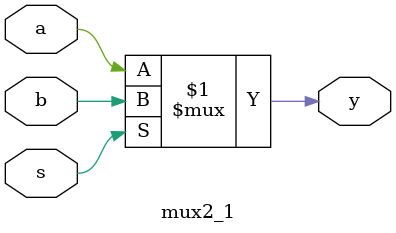
<source format=v>
module carryselect(a,b,cin,s,c);
		input [3:0]a,b;
		input cin;
		output [3:0]s;
		output c;
		wire [3:0]s0,s1;
		wire cin0,cin1;
		assign cin0 = 1'b0;
		assign cin1 = 1'b1;

		fulladder fa1(a,b,cin0,s0,c0);
		fulladder fa2(a,b,cin1,s1,c1);
		mux2_1 m1(s0[0],s1[0],cin,s[0]);
		mux2_1 m2(s0[1],s1[1],cin,s[1]);
		mux2_1 m3(s0[2],s1[2],cin,s[2]);
		mux2_1 m4(s0[3],s1[3],cin,s[3]);
		mux2_1 m5(c0,c1,cin,c);

endmodule 




module fulladder(a,b,cin0,s,c);
		input [3:0]a,b;
		output [3:0]s;
		output c;
		input cin0;
		
		assign s=a^b;
		assign c=(a&b)|(c&(a^b));

endmodule 




module mux2_1(a,b,s,y);
		input a,b,s;
		output y;

		assign y=s?b:a ;

endmodule 
</source>
